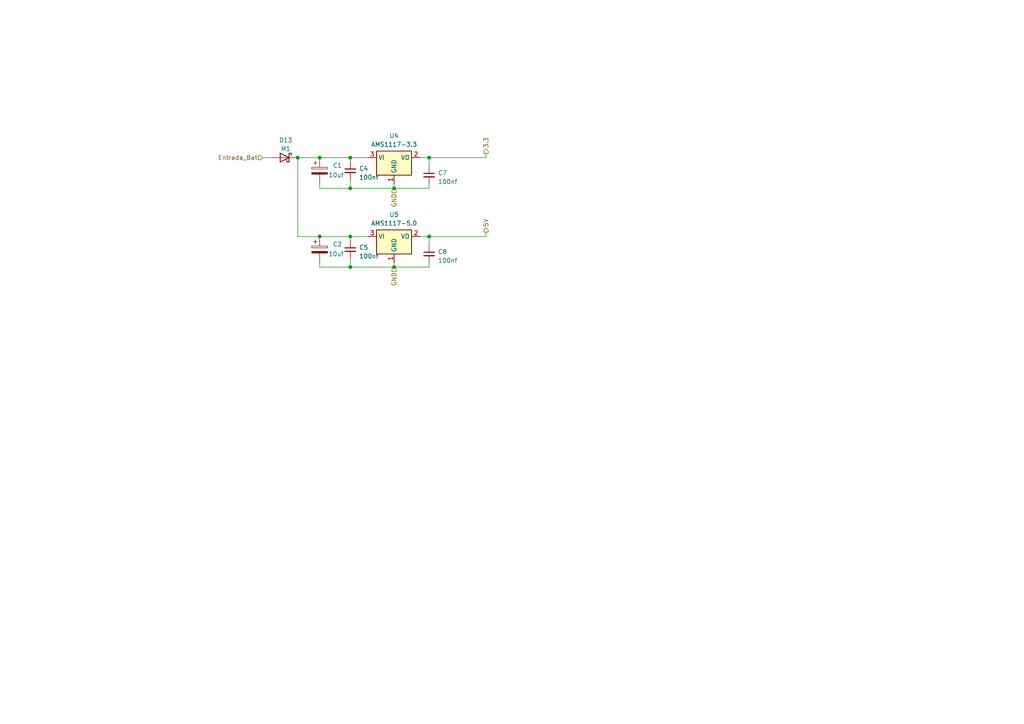
<source format=kicad_sch>
(kicad_sch (version 20230121) (generator eeschema)
  (paper "A4")
  (lib_symbols
    (symbol "Device:C_Polarized" (pin_numbers hide) (pin_names (offset 0.254))
      (property "Reference" "C" (at 0.635 2.54 0))
      (property "Value" "C_Polarized" (at 0.635 -2.54 0))
      (symbol "C_Polarized_0_1"
        (rectangle (start -2.286 0.508) (end 2.286 1.016))
        (polyline (pts (xy -1.778 2.286) (xy -0.762 2.286)))
        (polyline (pts (xy -1.27 2.794) (xy -1.27 1.778)))
        (rectangle (start 2.286 -0.508) (end -2.286 -1.016) (fill (type outline)))
      )
      (symbol "C_Polarized_1_1"
        (pin passive line (at 0 3.81 270) (length 2.794) (name "~") (number "1"))
        (pin passive line (at 0 -3.81 90) (length 2.794) (name "~") (number "2"))
      )
    )
    (symbol "Device:C_Small" (pin_numbers hide) (pin_names (offset 0.254) hide)
      (property "Reference" "C" (at 0.254 1.778 0))
      (property "Value" "C_Small" (at 0.254 -2.032 0))
      (symbol "C_Small_0_1"
        (polyline (pts (xy -1.524 -0.508) (xy 1.524 -0.508)) (stroke (width 0.3302)))
        (polyline (pts (xy -1.524 0.508) (xy 1.524 0.508)) (stroke (width 0.3048)))
      )
      (symbol "C_Small_1_1"
        (pin passive line (at 0 2.54 270) (length 2.032) (name "~") (number "1"))
        (pin passive line (at 0 -2.54 90) (length 2.032) (name "~") (number "2"))
      )
    )
    (symbol "Diode:B120-E3" (pin_numbers hide) (pin_names hide)
      (property "Reference" "D" (at 0 2.54 0))
      (property "Value" "B120-E3" (at 0 -2.54 0))
      (symbol "B120-E3_0_1"
        (polyline (pts (xy 1.27 0) (xy -1.27 0)))
        (polyline (pts (xy 1.27 1.27) (xy 1.27 -1.27) (xy -1.27 0) (xy 1.27 1.27)) (stroke (width 0.254)))
        (polyline (pts (xy -1.905 0.635) (xy -1.905 1.27) (xy -1.27 1.27) (xy -1.27 -1.27) (xy -0.635 -1.27) (xy -0.635 -0.635)) (stroke (width 0.254)))
      )
      (symbol "B120-E3_1_1"
        (pin passive line (at -3.81 0 0) (length 2.54) (name "K") (number "1"))
        (pin passive line (at 3.81 0 180) (length 2.54) (name "A") (number "2"))
      )
    )
    (symbol "Regulator_Linear:AMS1117-3.3"
      (property "Reference" "U" (at -3.81 3.175 0))
      (property "Value" "AMS1117-3.3" (at 0 3.175 0))
      (symbol "AMS1117-3.3_0_1"
        (rectangle (start -5.08 -5.08) (end 5.08 1.905) (stroke (width 0.254)) (fill (type background)))
      )
      (symbol "AMS1117-3.3_1_1"
        (pin power_in line (at 0 -7.62 90) (length 2.54) (name "GND") (number "1"))
        (pin power_out line (at 7.62 0 180) (length 2.54) (name "VO") (number "2"))
        (pin power_in line (at -7.62 0 0) (length 2.54) (name "VI") (number "3"))
      )
    )
    (symbol "Regulator_Linear:AMS1117-5.0"
      (property "Reference" "U" (at -3.81 3.175 0))
      (property "Value" "AMS1117-5.0" (at 0 3.175 0))
      (symbol "AMS1117-5.0_0_1"
        (rectangle (start -5.08 -5.08) (end 5.08 1.905) (stroke (width 0.254)) (fill (type background)))
      )
      (symbol "AMS1117-5.0_1_1"
        (pin power_in line (at 0 -7.62 90) (length 2.54) (name "GND") (number "1"))
        (pin power_out line (at 7.62 0 180) (length 2.54) (name "VO") (number "2"))
        (pin power_in line (at -7.62 0 0) (length 2.54) (name "VI") (number "3"))
      )
    )
  )
  (junction (at 86.36 45.72))
  (junction (at 101.6 68.58))
  (junction (at 124.46 68.58))
  (junction (at 101.6 45.72))
  (junction (at 114.3 77.47))
  (junction (at 92.71 45.72))
  (junction (at 92.71 68.58))
  (junction (at 101.6 54.61))
  (junction (at 114.3 54.61))
  (junction (at 101.6 77.47))
  (junction (at 124.46 45.72))
  (wire (pts (xy 101.6 68.58) (xy 101.6 69.85)))
  (wire (pts (xy 86.36 45.72) (xy 86.36 68.58)))
  (wire (pts (xy 92.71 54.61) (xy 101.6 54.61)))
  (wire (pts (xy 101.6 45.72) (xy 101.6 46.99)))
  (wire (pts (xy 114.3 54.61) (xy 114.3 53.34)))
  (wire (pts (xy 114.3 54.61) (xy 124.46 54.61)))
  (wire (pts (xy 92.71 53.34) (xy 92.71 54.61)))
  (wire (pts (xy 92.71 45.72) (xy 101.6 45.72)))
  (wire (pts (xy 124.46 45.72) (xy 140.97 45.72)))
  (wire (pts (xy 92.71 76.2) (xy 92.71 77.47)))
  (wire (pts (xy 101.6 52.07) (xy 101.6 54.61)))
  (wire (pts (xy 121.92 45.72) (xy 124.46 45.72)))
  (wire (pts (xy 101.6 77.47) (xy 114.3 77.47)))
  (wire (pts (xy 124.46 45.72) (xy 124.46 48.26)))
  (wire (pts (xy 101.6 74.93) (xy 101.6 77.47)))
  (wire (pts (xy 101.6 45.72) (xy 106.68 45.72)))
  (wire (pts (xy 140.97 45.72) (xy 140.97 44.45)))
  (wire (pts (xy 121.92 68.58) (xy 124.46 68.58)))
  (wire (pts (xy 101.6 54.61) (xy 114.3 54.61)))
  (wire (pts (xy 92.71 77.47) (xy 101.6 77.47)))
  (wire (pts (xy 114.3 77.47) (xy 114.3 76.2)))
  (wire (pts (xy 86.36 45.72) (xy 92.71 45.72)))
  (wire (pts (xy 124.46 76.2) (xy 124.46 77.47)))
  (wire (pts (xy 86.36 68.58) (xy 92.71 68.58)))
  (wire (pts (xy 124.46 68.58) (xy 124.46 71.12)))
  (wire (pts (xy 140.97 68.58) (xy 140.97 67.31)))
  (wire (pts (xy 114.3 77.47) (xy 124.46 77.47)))
  (wire (pts (xy 76.2 45.72) (xy 78.74 45.72)))
  (wire (pts (xy 92.71 68.58) (xy 101.6 68.58)))
  (wire (pts (xy 124.46 68.58) (xy 140.97 68.58)))
  (wire (pts (xy 124.46 53.34) (xy 124.46 54.61)))
  (wire (pts (xy 101.6 68.58) (xy 106.68 68.58)))
  (hierarchical_label "5V" (shape output) (at 140.97 67.31 90))
  (hierarchical_label "3.3" (shape output) (at 140.97 44.45 90))
  (hierarchical_label "Entrada_Bat" (shape input) (at 76.2 45.72 180))
  (hierarchical_label "GND" (shape input) (at 114.3 54.61 270))
  (hierarchical_label "GND" (shape input) (at 114.3 77.47 270))
  (symbol (lib_id "Regulator_Linear:AMS1117-3.3") (at 114.3 45.72 0) (unit 1)
    (property "Reference" "U4" (at 114.3 39.37 0))
    (property "Value" "AMS1117-3.3" (at 114.3 41.91 0))
    (property "Footprint" "Package_TO_SOT_SMD:SOT-223-3_TabPin2" (effects hide))
    (property "Datasheet" "http://www.advanced-monolithic.com/pdf/ds1117.pdf" (effects hide))
    (instances (project "KISS" (path "" (reference "U4") (unit 1))) (project "reguladores" (path "" (reference "U2") (unit 1))))
  )
  (symbol (lib_id "Device:C_Polarized") (at 92.71 49.53 0) (unit 1)
    (property "Reference" "C1" (at 96.52 48.006 0) (effects (justify left)))
    (property "Value" "10uf" (at 95.25 50.8 0) (effects (justify left)))
    (property "Footprint" "Capacitor_SMD:CP_Elec_4x4.5" (effects hide))
  )
  (symbol (lib_id "Device:C_Small") (at 101.6 49.53 0) (unit 1)
    (property "Reference" "C4" (at 104.14 48.9013 0) (effects (justify left)))
    (property "Value" "100nf" (at 104.14 51.4413 0) (effects (justify left)))
    (property "Footprint" "Capacitor_SMD:C_0201_0603Metric" (effects hide))
    (instances (project "KISS" (path "" (reference "C4") (unit 1))) (project "reguladores" (path "" (reference "C2") (unit 1))))
  )
  (symbol (lib_id "Device:C_Small") (at 124.46 50.8 0) (unit 1)
    (property "Reference" "C7" (at 127 50.1713 0) (effects (justify left)))
    (property "Value" "100nf" (at 127 52.7113 0) (effects (justify left)))
    (property "Footprint" "Capacitor_SMD:C_0201_0603Metric" (effects hide))
    (instances (project "KISS" (path "" (reference "C7") (unit 1))) (project "reguladores" (path "" (reference "C3") (unit 1))))
  )
  (symbol (lib_id "Regulator_Linear:AMS1117-5.0") (at 114.3 68.58 0) (unit 1)
    (property "Reference" "U5" (at 114.3 62.23 0))
    (property "Value" "AMS1117-5.0" (at 114.3 64.77 0))
    (property "Footprint" "Package_TO_SOT_SMD:SOT-223-3_TabPin2" (effects hide))
    (property "Datasheet" "http://www.advanced-monolithic.com/pdf/ds1117.pdf" (effects hide))
    (instances (project "KISS" (path "" (reference "U5") (unit 1))) (project "reguladores" (path "" (reference "U1") (unit 1))))
  )
  (symbol (lib_id "Device:C_Polarized") (at 92.71 72.39 0) (unit 1)
    (property "Reference" "C2" (at 96.52 70.866 0) (effects (justify left)))
    (property "Value" "10uf" (at 95.25 73.66 0) (effects (justify left)))
    (property "Footprint" "Capacitor_SMD:CP_Elec_4x4.5" (effects hide))
    (instances (project "KISS" (path "" (reference "C2") (unit 1))) (project "reguladores" (path "" (reference "C4") (unit 1))))
  )
  (symbol (lib_id "Diode:B120-E3") (at 82.55 45.72 0) (mirror y) (unit 1)
    (property "Reference" "D13" (at 82.8675 40.64 0))
    (property "Value" "M1" (at 82.8675 43.18 0))
    (property "Footprint" "Diode_SMD:D_SMA" (effects hide))
    (property "Datasheet" "http://www.vishay.com/docs/88946/b120.pdf" (effects hide))
    (instances (project "KISS" (path "" (reference "D13") (unit 1))) (project "reguladores" (path "" (reference "D1") (unit 1))))
  )
  (symbol (lib_id "Device:C_Small") (at 124.46 73.66 0) (unit 1)
    (property "Reference" "C8" (at 127 73.0313 0) (effects (justify left)))
    (property "Value" "100nf" (at 127 75.5713 0) (effects (justify left)))
    (property "Footprint" "Capacitor_SMD:C_0201_0603Metric" (effects hide))
    (instances (project "KISS" (path "" (reference "C8") (unit 1))) (project "reguladores" (path "" (reference "C7") (unit 1))))
  )
  (symbol (lib_id "Device:C_Small") (at 101.6 72.39 0) (unit 1)
    (property "Reference" "C5" (at 104.14 71.7613 0) (effects (justify left)))
    (property "Value" "100nf" (at 104.14 74.3013 0) (effects (justify left)))
    (property "Footprint" "Capacitor_SMD:C_0201_0603Metric" (effects hide))
    (instances (project "KISS" (path "" (reference "C5") (unit 1))) (project "reguladores" (path "" (reference "C6") (unit 1))))
  )
)
</source>
